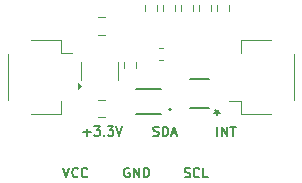
<source format=gbr>
%TF.GenerationSoftware,KiCad,Pcbnew,8.0.1*%
%TF.CreationDate,2024-04-26T21:14:53-06:00*%
%TF.ProjectId,apds-9306-sensor,61706473-2d39-4333-9036-2d73656e736f,rev?*%
%TF.SameCoordinates,Original*%
%TF.FileFunction,Legend,Top*%
%TF.FilePolarity,Positive*%
%FSLAX46Y46*%
G04 Gerber Fmt 4.6, Leading zero omitted, Abs format (unit mm)*
G04 Created by KiCad (PCBNEW 8.0.1) date 2024-04-26 21:14:53*
%MOMM*%
%LPD*%
G01*
G04 APERTURE LIST*
%ADD10C,0.200000*%
%ADD11C,0.150000*%
%ADD12C,0.120000*%
%ADD13C,0.127000*%
%ADD14C,0.152400*%
G04 APERTURE END LIST*
D10*
X165307758Y-90049000D02*
X165422044Y-90087095D01*
X165422044Y-90087095D02*
X165612520Y-90087095D01*
X165612520Y-90087095D02*
X165688711Y-90049000D01*
X165688711Y-90049000D02*
X165726806Y-90010904D01*
X165726806Y-90010904D02*
X165764901Y-89934714D01*
X165764901Y-89934714D02*
X165764901Y-89858523D01*
X165764901Y-89858523D02*
X165726806Y-89782333D01*
X165726806Y-89782333D02*
X165688711Y-89744238D01*
X165688711Y-89744238D02*
X165612520Y-89706142D01*
X165612520Y-89706142D02*
X165460139Y-89668047D01*
X165460139Y-89668047D02*
X165383949Y-89629952D01*
X165383949Y-89629952D02*
X165345854Y-89591857D01*
X165345854Y-89591857D02*
X165307758Y-89515666D01*
X165307758Y-89515666D02*
X165307758Y-89439476D01*
X165307758Y-89439476D02*
X165345854Y-89363285D01*
X165345854Y-89363285D02*
X165383949Y-89325190D01*
X165383949Y-89325190D02*
X165460139Y-89287095D01*
X165460139Y-89287095D02*
X165650616Y-89287095D01*
X165650616Y-89287095D02*
X165764901Y-89325190D01*
X166107759Y-90087095D02*
X166107759Y-89287095D01*
X166107759Y-89287095D02*
X166298235Y-89287095D01*
X166298235Y-89287095D02*
X166412521Y-89325190D01*
X166412521Y-89325190D02*
X166488711Y-89401380D01*
X166488711Y-89401380D02*
X166526806Y-89477571D01*
X166526806Y-89477571D02*
X166564902Y-89629952D01*
X166564902Y-89629952D02*
X166564902Y-89744238D01*
X166564902Y-89744238D02*
X166526806Y-89896619D01*
X166526806Y-89896619D02*
X166488711Y-89972809D01*
X166488711Y-89972809D02*
X166412521Y-90049000D01*
X166412521Y-90049000D02*
X166298235Y-90087095D01*
X166298235Y-90087095D02*
X166107759Y-90087095D01*
X166869663Y-89858523D02*
X167250616Y-89858523D01*
X166793473Y-90087095D02*
X167060140Y-89287095D01*
X167060140Y-89287095D02*
X167326806Y-90087095D01*
X157662368Y-92766895D02*
X157929035Y-93566895D01*
X157929035Y-93566895D02*
X158195701Y-92766895D01*
X158919511Y-93490704D02*
X158881415Y-93528800D01*
X158881415Y-93528800D02*
X158767130Y-93566895D01*
X158767130Y-93566895D02*
X158690939Y-93566895D01*
X158690939Y-93566895D02*
X158576653Y-93528800D01*
X158576653Y-93528800D02*
X158500463Y-93452609D01*
X158500463Y-93452609D02*
X158462368Y-93376419D01*
X158462368Y-93376419D02*
X158424272Y-93224038D01*
X158424272Y-93224038D02*
X158424272Y-93109752D01*
X158424272Y-93109752D02*
X158462368Y-92957371D01*
X158462368Y-92957371D02*
X158500463Y-92881180D01*
X158500463Y-92881180D02*
X158576653Y-92804990D01*
X158576653Y-92804990D02*
X158690939Y-92766895D01*
X158690939Y-92766895D02*
X158767130Y-92766895D01*
X158767130Y-92766895D02*
X158881415Y-92804990D01*
X158881415Y-92804990D02*
X158919511Y-92843085D01*
X159719511Y-93490704D02*
X159681415Y-93528800D01*
X159681415Y-93528800D02*
X159567130Y-93566895D01*
X159567130Y-93566895D02*
X159490939Y-93566895D01*
X159490939Y-93566895D02*
X159376653Y-93528800D01*
X159376653Y-93528800D02*
X159300463Y-93452609D01*
X159300463Y-93452609D02*
X159262368Y-93376419D01*
X159262368Y-93376419D02*
X159224272Y-93224038D01*
X159224272Y-93224038D02*
X159224272Y-93109752D01*
X159224272Y-93109752D02*
X159262368Y-92957371D01*
X159262368Y-92957371D02*
X159300463Y-92881180D01*
X159300463Y-92881180D02*
X159376653Y-92804990D01*
X159376653Y-92804990D02*
X159490939Y-92766895D01*
X159490939Y-92766895D02*
X159567130Y-92766895D01*
X159567130Y-92766895D02*
X159681415Y-92804990D01*
X159681415Y-92804990D02*
X159719511Y-92843085D01*
X170705254Y-90087095D02*
X170705254Y-89287095D01*
X171086206Y-90087095D02*
X171086206Y-89287095D01*
X171086206Y-89287095D02*
X171543349Y-90087095D01*
X171543349Y-90087095D02*
X171543349Y-89287095D01*
X171810015Y-89287095D02*
X172267158Y-89287095D01*
X172038586Y-90087095D02*
X172038586Y-89287095D01*
X163275701Y-92804990D02*
X163199511Y-92766895D01*
X163199511Y-92766895D02*
X163085225Y-92766895D01*
X163085225Y-92766895D02*
X162970939Y-92804990D01*
X162970939Y-92804990D02*
X162894749Y-92881180D01*
X162894749Y-92881180D02*
X162856654Y-92957371D01*
X162856654Y-92957371D02*
X162818558Y-93109752D01*
X162818558Y-93109752D02*
X162818558Y-93224038D01*
X162818558Y-93224038D02*
X162856654Y-93376419D01*
X162856654Y-93376419D02*
X162894749Y-93452609D01*
X162894749Y-93452609D02*
X162970939Y-93528800D01*
X162970939Y-93528800D02*
X163085225Y-93566895D01*
X163085225Y-93566895D02*
X163161416Y-93566895D01*
X163161416Y-93566895D02*
X163275701Y-93528800D01*
X163275701Y-93528800D02*
X163313797Y-93490704D01*
X163313797Y-93490704D02*
X163313797Y-93224038D01*
X163313797Y-93224038D02*
X163161416Y-93224038D01*
X163656654Y-93566895D02*
X163656654Y-92766895D01*
X163656654Y-92766895D02*
X164113797Y-93566895D01*
X164113797Y-93566895D02*
X164113797Y-92766895D01*
X164494749Y-93566895D02*
X164494749Y-92766895D01*
X164494749Y-92766895D02*
X164685225Y-92766895D01*
X164685225Y-92766895D02*
X164799511Y-92804990D01*
X164799511Y-92804990D02*
X164875701Y-92881180D01*
X164875701Y-92881180D02*
X164913796Y-92957371D01*
X164913796Y-92957371D02*
X164951892Y-93109752D01*
X164951892Y-93109752D02*
X164951892Y-93224038D01*
X164951892Y-93224038D02*
X164913796Y-93376419D01*
X164913796Y-93376419D02*
X164875701Y-93452609D01*
X164875701Y-93452609D02*
X164799511Y-93528800D01*
X164799511Y-93528800D02*
X164685225Y-93566895D01*
X164685225Y-93566895D02*
X164494749Y-93566895D01*
X159376854Y-89756933D02*
X159986378Y-89756933D01*
X159681616Y-90061695D02*
X159681616Y-89452171D01*
X160291139Y-89261695D02*
X160786377Y-89261695D01*
X160786377Y-89261695D02*
X160519711Y-89566457D01*
X160519711Y-89566457D02*
X160633996Y-89566457D01*
X160633996Y-89566457D02*
X160710187Y-89604552D01*
X160710187Y-89604552D02*
X160748282Y-89642647D01*
X160748282Y-89642647D02*
X160786377Y-89718838D01*
X160786377Y-89718838D02*
X160786377Y-89909314D01*
X160786377Y-89909314D02*
X160748282Y-89985504D01*
X160748282Y-89985504D02*
X160710187Y-90023600D01*
X160710187Y-90023600D02*
X160633996Y-90061695D01*
X160633996Y-90061695D02*
X160405425Y-90061695D01*
X160405425Y-90061695D02*
X160329234Y-90023600D01*
X160329234Y-90023600D02*
X160291139Y-89985504D01*
X161129235Y-89985504D02*
X161167330Y-90023600D01*
X161167330Y-90023600D02*
X161129235Y-90061695D01*
X161129235Y-90061695D02*
X161091139Y-90023600D01*
X161091139Y-90023600D02*
X161129235Y-89985504D01*
X161129235Y-89985504D02*
X161129235Y-90061695D01*
X161433996Y-89261695D02*
X161929234Y-89261695D01*
X161929234Y-89261695D02*
X161662568Y-89566457D01*
X161662568Y-89566457D02*
X161776853Y-89566457D01*
X161776853Y-89566457D02*
X161853044Y-89604552D01*
X161853044Y-89604552D02*
X161891139Y-89642647D01*
X161891139Y-89642647D02*
X161929234Y-89718838D01*
X161929234Y-89718838D02*
X161929234Y-89909314D01*
X161929234Y-89909314D02*
X161891139Y-89985504D01*
X161891139Y-89985504D02*
X161853044Y-90023600D01*
X161853044Y-90023600D02*
X161776853Y-90061695D01*
X161776853Y-90061695D02*
X161548282Y-90061695D01*
X161548282Y-90061695D02*
X161472091Y-90023600D01*
X161472091Y-90023600D02*
X161433996Y-89985504D01*
X162157806Y-89261695D02*
X162424473Y-90061695D01*
X162424473Y-90061695D02*
X162691139Y-89261695D01*
X167949358Y-93554200D02*
X168063644Y-93592295D01*
X168063644Y-93592295D02*
X168254120Y-93592295D01*
X168254120Y-93592295D02*
X168330311Y-93554200D01*
X168330311Y-93554200D02*
X168368406Y-93516104D01*
X168368406Y-93516104D02*
X168406501Y-93439914D01*
X168406501Y-93439914D02*
X168406501Y-93363723D01*
X168406501Y-93363723D02*
X168368406Y-93287533D01*
X168368406Y-93287533D02*
X168330311Y-93249438D01*
X168330311Y-93249438D02*
X168254120Y-93211342D01*
X168254120Y-93211342D02*
X168101739Y-93173247D01*
X168101739Y-93173247D02*
X168025549Y-93135152D01*
X168025549Y-93135152D02*
X167987454Y-93097057D01*
X167987454Y-93097057D02*
X167949358Y-93020866D01*
X167949358Y-93020866D02*
X167949358Y-92944676D01*
X167949358Y-92944676D02*
X167987454Y-92868485D01*
X167987454Y-92868485D02*
X168025549Y-92830390D01*
X168025549Y-92830390D02*
X168101739Y-92792295D01*
X168101739Y-92792295D02*
X168292216Y-92792295D01*
X168292216Y-92792295D02*
X168406501Y-92830390D01*
X169206502Y-93516104D02*
X169168406Y-93554200D01*
X169168406Y-93554200D02*
X169054121Y-93592295D01*
X169054121Y-93592295D02*
X168977930Y-93592295D01*
X168977930Y-93592295D02*
X168863644Y-93554200D01*
X168863644Y-93554200D02*
X168787454Y-93478009D01*
X168787454Y-93478009D02*
X168749359Y-93401819D01*
X168749359Y-93401819D02*
X168711263Y-93249438D01*
X168711263Y-93249438D02*
X168711263Y-93135152D01*
X168711263Y-93135152D02*
X168749359Y-92982771D01*
X168749359Y-92982771D02*
X168787454Y-92906580D01*
X168787454Y-92906580D02*
X168863644Y-92830390D01*
X168863644Y-92830390D02*
X168977930Y-92792295D01*
X168977930Y-92792295D02*
X169054121Y-92792295D01*
X169054121Y-92792295D02*
X169168406Y-92830390D01*
X169168406Y-92830390D02*
X169206502Y-92868485D01*
X169930311Y-93592295D02*
X169549359Y-93592295D01*
X169549359Y-93592295D02*
X169549359Y-92792295D01*
D11*
X170687999Y-88276780D02*
X170687999Y-88038685D01*
X170926094Y-88133923D02*
X170687999Y-88038685D01*
X170687999Y-88038685D02*
X170449904Y-88133923D01*
X170830856Y-87848209D02*
X170687999Y-88038685D01*
X170687999Y-88038685D02*
X170545142Y-87848209D01*
D12*
%TO.C,C4*%
X165816233Y-82624200D02*
X166108767Y-82624200D01*
X165816233Y-83644200D02*
X166108767Y-83644200D01*
%TO.C,C3*%
X162799500Y-83795776D02*
X162799500Y-84305224D01*
X163844500Y-83795776D02*
X163844500Y-84305224D01*
D13*
%TO.C,U2*%
X165972200Y-86097400D02*
X163872200Y-86097400D01*
X165972200Y-88197400D02*
X163872200Y-88197400D01*
D10*
X166822200Y-87847400D02*
G75*
G02*
X166622200Y-87847400I-100000J0D01*
G01*
X166622200Y-87847400D02*
G75*
G02*
X166822200Y-87847400I100000J0D01*
G01*
D12*
%TO.C,J2*%
X152991600Y-83150000D02*
X152991600Y-87030000D01*
X154961600Y-81980000D02*
X157461600Y-81980000D01*
X154961600Y-88200000D02*
X157461600Y-88200000D01*
X157461600Y-81980000D02*
X157461600Y-83030000D01*
X157461600Y-83030000D02*
X158451600Y-83030000D01*
X157461600Y-88200000D02*
X157461600Y-87150000D01*
%TO.C,R2*%
X170673500Y-78967876D02*
X170673500Y-79477324D01*
X171718500Y-78967876D02*
X171718500Y-79477324D01*
D14*
%TO.C,Q1*%
X168440100Y-87718900D02*
X170040300Y-87718900D01*
X170040300Y-85255100D02*
X168440100Y-85255100D01*
D12*
%TO.C,C1*%
X160647748Y-86996600D02*
X161170252Y-86996600D01*
X160647748Y-88466600D02*
X161170252Y-88466600D01*
%TO.C,J3*%
X172738400Y-81980000D02*
X172738400Y-83030000D01*
X172738400Y-87150000D02*
X171748400Y-87150000D01*
X172738400Y-88200000D02*
X172738400Y-87150000D01*
X175238400Y-81980000D02*
X172738400Y-81980000D01*
X175238400Y-88200000D02*
X172738400Y-88200000D01*
X177208400Y-87030000D02*
X177208400Y-83150000D01*
%TO.C,R5*%
X164577500Y-78967876D02*
X164577500Y-79477324D01*
X165622500Y-78967876D02*
X165622500Y-79477324D01*
%TO.C,R4*%
X166101500Y-78967876D02*
X166101500Y-79477324D01*
X167146500Y-78967876D02*
X167146500Y-79477324D01*
%TO.C,R1*%
X169149500Y-78967876D02*
X169149500Y-79477324D01*
X170194500Y-78967876D02*
X170194500Y-79477324D01*
%TO.C,C2*%
X160647748Y-80037000D02*
X161170252Y-80037000D01*
X160647748Y-81507000D02*
X161170252Y-81507000D01*
%TO.C,U1*%
X159171200Y-84576500D02*
X159171200Y-83776500D01*
X159171200Y-84576500D02*
X159171200Y-85376500D01*
X162291200Y-84576500D02*
X162291200Y-83776500D01*
X162291200Y-84576500D02*
X162291200Y-85376500D01*
X159221200Y-85876500D02*
X158891200Y-86116500D01*
X158891200Y-85636500D01*
X159221200Y-85876500D01*
G36*
X159221200Y-85876500D02*
G01*
X158891200Y-86116500D01*
X158891200Y-85636500D01*
X159221200Y-85876500D01*
G37*
%TO.C,R3*%
X167625500Y-78967876D02*
X167625500Y-79477324D01*
X168670500Y-78967876D02*
X168670500Y-79477324D01*
%TD*%
M02*

</source>
